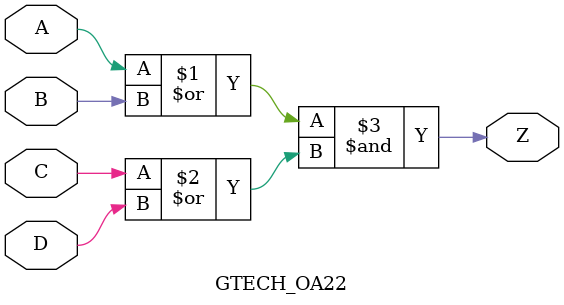
<source format=v>



module GTECH_OA22 (A, B, C, D, Z);  
	input A, B, C, D;
	output Z;

	assign Z = (A | B) & (C | D);
endmodule




</source>
